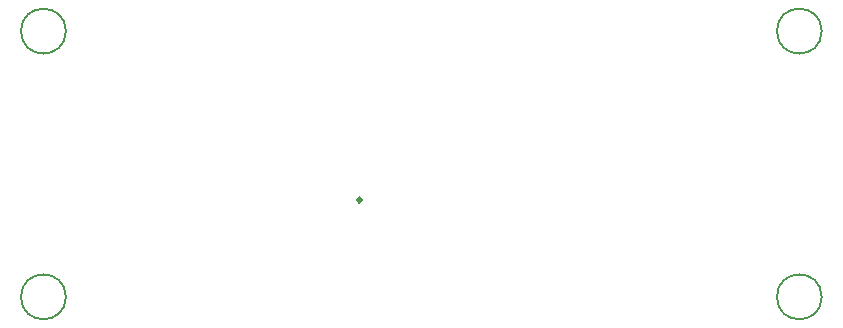
<source format=gbr>
%TF.GenerationSoftware,KiCad,Pcbnew,8.0.1*%
%TF.CreationDate,2025-01-13T07:12:32-05:00*%
%TF.ProjectId,glove-v3,676c6f76-652d-4763-932e-6b696361645f,rev?*%
%TF.SameCoordinates,Original*%
%TF.FileFunction,Other,Comment*%
%FSLAX46Y46*%
G04 Gerber Fmt 4.6, Leading zero omitted, Abs format (unit mm)*
G04 Created by KiCad (PCBNEW 8.0.1) date 2025-01-13 07:12:32*
%MOMM*%
%LPD*%
G01*
G04 APERTURE LIST*
%ADD10C,0.150000*%
%ADD11C,0.300000*%
G04 APERTURE END LIST*
D10*
%TO.C,REF\u002A\u002A*%
X115950000Y-34550000D02*
G75*
G02*
X112150000Y-34550000I-1900000J0D01*
G01*
X112150000Y-34550000D02*
G75*
G02*
X115950000Y-34550000I1900000J0D01*
G01*
X115950000Y-57050000D02*
G75*
G02*
X112150000Y-57050000I-1900000J0D01*
G01*
X112150000Y-57050000D02*
G75*
G02*
X115950000Y-57050000I1900000J0D01*
G01*
D11*
%TO.C,U2*%
X140960000Y-48850000D02*
G75*
G02*
X140660000Y-48850000I-150000J0D01*
G01*
X140660000Y-48850000D02*
G75*
G02*
X140960000Y-48850000I150000J0D01*
G01*
D10*
%TO.C,REF\u002A\u002A*%
X179950000Y-57050000D02*
G75*
G02*
X176150000Y-57050000I-1900000J0D01*
G01*
X176150000Y-57050000D02*
G75*
G02*
X179950000Y-57050000I1900000J0D01*
G01*
X179950000Y-34550000D02*
G75*
G02*
X176150000Y-34550000I-1900000J0D01*
G01*
X176150000Y-34550000D02*
G75*
G02*
X179950000Y-34550000I1900000J0D01*
G01*
%TD*%
M02*

</source>
